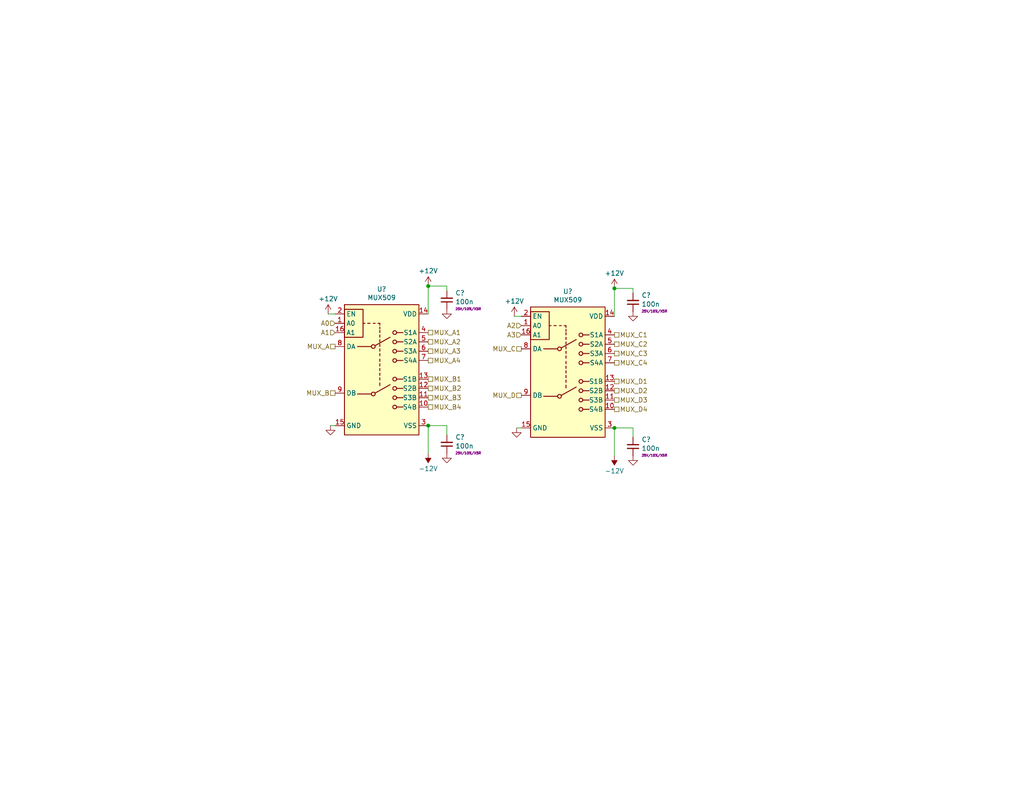
<source format=kicad_sch>
(kicad_sch (version 20230121) (generator eeschema)
  (paper "USLetter")
  (title_block (title "Hubble Motherboard") (date "2021-11-20") (rev "v3") (company "Winterbloom") (comment 1 "Alethea Flowers") (comment 2 "CERN-OHL-P V2") (comment 3 "hubble.wntr.dev"))
  (lib_symbols
    (symbol "Device:C_Small" (pin_numbers hide) (pin_names (offset 0.254) hide)
      (property "Reference" "C" (at 0.254 1.778 0))
      (property "Value" "C_Small" (at 0.254 -2.032 0))
      (symbol "C_Small_0_1"
        (polyline (pts (xy -1.524 -0.508) (xy 1.524 -0.508)) (stroke (width 0.3302)))
        (polyline (pts (xy -1.524 0.508) (xy 1.524 0.508)) (stroke (width 0.3048)))
      )
      (symbol "C_Small_1_1"
        (pin passive line (at 0 2.54 270) (length 2.032) (name "~") (number "1"))
        (pin passive line (at 0 -2.54 90) (length 2.032) (name "~") (number "2"))
      )
    )
    (symbol "power:+12V" (power) (pin_names (offset 0))
      (property "Value" "+12V" (at 0 3.556 0))
      (symbol "+12V_0_1"
        (polyline (pts (xy -0.762 1.27) (xy 0 2.54)))
        (polyline (pts (xy 0 0) (xy 0 2.54)))
        (polyline (pts (xy 0 2.54) (xy 0.762 1.27)))
      )
      (symbol "+12V_1_1"
        (pin power_in line (at 0 0 90) (length 0) hide (name "+12V") (number "1"))
      )
    )
    (symbol "power:-12V" (power) (pin_names (offset 0))
      (property "Value" "-12V" (at 0 3.81 0))
      (symbol "-12V_0_0"
        (pin power_in line (at 0 0 90) (length 0) hide (name "-12V") (number "1"))
      )
      (symbol "-12V_0_1"
        (polyline (pts (xy 0 0) (xy 0 1.27) (xy 0.762 1.27) (xy 0 2.54) (xy -0.762 1.27) (xy 0 1.27)) (fill (type outline)))
      )
    )
    (symbol "power:GND" (power) (pin_names (offset 0))
      (property "Value" "GND" (at 0 -3.81 0))
      (symbol "GND_0_1"
        (polyline (pts (xy 0 0) (xy 0 -1.27) (xy 1.27 -1.27) (xy 0 -2.54) (xy -1.27 -1.27) (xy 0 -1.27)))
      )
      (symbol "GND_1_1"
        (pin power_in line (at 0 0 270) (length 0) hide (name "GND") (number "1"))
      )
    )
    (symbol "winterbloom:MUX509"
      (property "Reference" "U" (at -10.16 19.05 0))
      (property "Value" "MUX509" (at 0 19.05 0))
      (symbol "MUX509_0_1"
        (rectangle (start -10.16 16.51) (end -5.08 8.89) (stroke (width 0.254)))
        (rectangle (start -10.16 17.78) (end 10.16 -17.78) (stroke (width 0.254)) (fill (type background)))
        (circle (center -2.286 -6.604) (radius 0.508) (stroke (width 0.254)))
        (circle (center -2.286 6.35) (radius 0.508) (stroke (width 0.254)))
        (polyline (pts (xy -4.572 12.7) (xy -5.08 12.7)) (stroke (width 0.254)))
        (polyline (pts (xy -3.81 12.7) (xy -3.175 12.7)) (stroke (width 0.254)))
        (polyline (pts (xy -2.921 6.35) (xy -6.604 6.35)) (stroke (width 0.254)))
        (polyline (pts (xy -2.794 -6.604) (xy -6.604 -6.604)) (stroke (width 0.254)))
        (polyline (pts (xy -1.778 -6.35) (xy 2.286 -4.064)) (stroke (width 0.254)))
        (polyline (pts (xy -1.778 6.604) (xy 2.286 8.89)) (stroke (width 0.254)))
        (polyline (pts (xy -1.778 12.7) (xy -2.286 12.7)) (stroke (width 0.254)))
        (polyline (pts (xy -0.508 -3.556) (xy -0.508 -4.318)) (stroke (width 0.254)))
        (polyline (pts (xy -0.508 -2.794) (xy -0.508 -2.159)) (stroke (width 0.254)))
        (polyline (pts (xy -0.508 -1.524) (xy -0.508 -0.889)) (stroke (width 0.254)))
        (polyline (pts (xy -0.508 -0.254) (xy -0.508 0.381)) (stroke (width 0.254)))
        (polyline (pts (xy -0.508 1.016) (xy -0.508 1.651)) (stroke (width 0.254)))
        (polyline (pts (xy -0.508 2.286) (xy -0.508 2.921)) (stroke (width 0.254)))
        (polyline (pts (xy -0.508 3.81) (xy -0.508 4.445)) (stroke (width 0.254)))
        (polyline (pts (xy -0.508 5.08) (xy -0.508 5.715)) (stroke (width 0.254)))
        (polyline (pts (xy -0.508 6.35) (xy -0.508 6.985)) (stroke (width 0.254)))
        (polyline (pts (xy -0.508 7.62) (xy -0.508 8.255)) (stroke (width 0.254)))
        (polyline (pts (xy -0.508 8.89) (xy -0.508 9.525)) (stroke (width 0.254)))
        (polyline (pts (xy -0.508 10.16) (xy -0.508 10.795)) (stroke (width 0.254)))
        (polyline (pts (xy -0.508 11.176) (xy -0.508 11.684)) (stroke (width 0.254)))
        (polyline (pts (xy -0.508 12.192) (xy -0.508 12.7)) (stroke (width 0.254)))
        (polyline (pts (xy -0.508 12.7) (xy -1.016 12.7)) (stroke (width 0.254)))
        (polyline (pts (xy 4.064 -10.16) (xy 5.842 -10.16)) (stroke (width 0.254)))
        (polyline (pts (xy 4.064 -7.62) (xy 5.842 -7.62)) (stroke (width 0.254)))
        (polyline (pts (xy 4.064 -5.08) (xy 5.842 -5.08)) (stroke (width 0.254)))
        (polyline (pts (xy 4.064 -2.54) (xy 5.842 -2.54)) (stroke (width 0.254)))
        (polyline (pts (xy 4.064 2.54) (xy 5.842 2.54)) (stroke (width 0.254)))
        (polyline (pts (xy 4.064 5.08) (xy 5.842 5.08)) (stroke (width 0.254)))
        (polyline (pts (xy 4.064 7.62) (xy 5.842 7.62)) (stroke (width 0.254)))
        (polyline (pts (xy 4.064 10.16) (xy 5.842 10.16)) (stroke (width 0.254)))
        (circle (center 3.556 -10.16) (radius 0.508) (stroke (width 0.254)))
        (circle (center 3.556 -7.62) (radius 0.508) (stroke (width 0.254)))
        (circle (center 3.556 -5.08) (radius 0.508) (stroke (width 0.254)))
        (circle (center 3.556 -2.54) (radius 0.508) (stroke (width 0.254)))
        (circle (center 3.556 2.54) (radius 0.508) (stroke (width 0.254)))
        (circle (center 3.556 5.08) (radius 0.508) (stroke (width 0.254)))
        (circle (center 3.556 7.62) (radius 0.508) (stroke (width 0.254)))
        (circle (center 3.556 10.16) (radius 0.508) (stroke (width 0.254)))
      )
      (symbol "MUX509_1_1"
        (pin input line (at -12.7 12.7 0) (length 2.54) (name "A0") (number "1"))
        (pin bidirectional line (at 12.7 -10.16 180) (length 2.54) (name "S4B") (number "10"))
        (pin bidirectional line (at 12.7 -7.62 180) (length 2.54) (name "S3B") (number "11"))
        (pin bidirectional line (at 12.7 -5.08 180) (length 2.54) (name "S2B") (number "12"))
        (pin bidirectional line (at 12.7 -2.54 180) (length 2.54) (name "S1B") (number "13"))
        (pin power_in line (at 12.7 15.24 180) (length 2.54) (name "VDD") (number "14"))
        (pin power_in line (at -12.7 -15.24 0) (length 2.54) (name "GND") (number "15"))
        (pin input line (at -12.7 10.16 0) (length 2.54) (name "A1") (number "16"))
        (pin input line (at -12.7 15.24 0) (length 2.54) (name "EN") (number "2"))
        (pin power_in line (at 12.7 -15.24 180) (length 2.54) (name "VSS") (number "3"))
        (pin bidirectional line (at 12.7 10.16 180) (length 2.54) (name "S1A") (number "4"))
        (pin bidirectional line (at 12.7 7.62 180) (length 2.54) (name "S2A") (number "5"))
        (pin bidirectional line (at 12.7 5.08 180) (length 2.54) (name "S3A") (number "6"))
        (pin bidirectional line (at 12.7 2.54 180) (length 2.54) (name "S4A") (number "7"))
        (pin bidirectional line (at -12.7 6.35 0) (length 2.54) (name "DA") (number "8"))
        (pin bidirectional line (at -12.7 -6.35 0) (length 2.54) (name "DB") (number "9"))
      )
    )
  )
  (junction (at 167.64 116.84))
  (junction (at 167.64 78.74))
  (junction (at 116.84 116.205))
  (junction (at 116.84 78.105))
  (wire (pts (xy 116.84 78.105) (xy 116.84 85.725)))
  (wire (pts (xy 121.92 78.105) (xy 116.84 78.105)))
  (wire (pts (xy 167.64 78.74) (xy 167.64 86.36)))
  (wire (pts (xy 121.92 79.375) (xy 121.92 78.105)))
  (wire (pts (xy 116.84 123.825) (xy 116.84 116.205)))
  (wire (pts (xy 116.84 116.205) (xy 121.92 116.205)))
  (wire (pts (xy 140.335 86.36) (xy 142.24 86.36)))
  (wire (pts (xy 140.97 116.84) (xy 142.24 116.84)))
  (wire (pts (xy 172.72 116.84) (xy 172.72 119.38)))
  (wire (pts (xy 172.72 78.74) (xy 167.64 78.74)))
  (wire (pts (xy 90.17 116.205) (xy 91.44 116.205)))
  (wire (pts (xy 167.64 116.84) (xy 172.72 116.84)))
  (wire (pts (xy 167.64 124.46) (xy 167.64 116.84)))
  (wire (pts (xy 89.535 85.725) (xy 91.44 85.725)))
  (wire (pts (xy 172.72 80.01) (xy 172.72 78.74)))
  (wire (pts (xy 121.92 116.205) (xy 121.92 118.745)))
  (hierarchical_label "MUX_B3" (shape passive) (at 116.84 108.585 0))
  (hierarchical_label "MUX_D3" (shape passive) (at 167.64 109.22 0))
  (hierarchical_label "MUX_A3" (shape passive) (at 116.84 95.885 0))
  (hierarchical_label "MUX_C" (shape passive) (at 142.24 95.25 180))
  (hierarchical_label "MUX_B1" (shape passive) (at 116.84 103.505 0))
  (hierarchical_label "MUX_A2" (shape passive) (at 116.84 93.345 0))
  (hierarchical_label "MUX_D4" (shape passive) (at 167.64 111.76 0))
  (hierarchical_label "MUX_C1" (shape passive) (at 167.64 91.44 0))
  (hierarchical_label "MUX_A4" (shape passive) (at 116.84 98.425 0))
  (hierarchical_label "MUX_D" (shape passive) (at 142.24 107.95 180))
  (hierarchical_label "MUX_B" (shape passive) (at 91.44 107.315 180))
  (hierarchical_label "A1" (shape input) (at 91.44 90.805 180))
  (hierarchical_label "MUX_C2" (shape passive) (at 167.64 93.98 0))
  (hierarchical_label "A3" (shape input) (at 142.24 91.44 180))
  (hierarchical_label "MUX_A" (shape passive) (at 91.44 94.615 180))
  (hierarchical_label "MUX_D2" (shape passive) (at 167.64 106.68 0))
  (hierarchical_label "MUX_B2" (shape passive) (at 116.84 106.045 0))
  (hierarchical_label "MUX_C4" (shape passive) (at 167.64 99.06 0))
  (hierarchical_label "MUX_B4" (shape passive) (at 116.84 111.125 0))
  (hierarchical_label "MUX_A1" (shape passive) (at 116.84 90.805 0))
  (hierarchical_label "MUX_C3" (shape passive) (at 167.64 96.52 0))
  (hierarchical_label "A2" (shape input) (at 142.24 88.9 180))
  (hierarchical_label "A0" (shape input) (at 91.44 88.265 180))
  (hierarchical_label "MUX_D1" (shape passive) (at 167.64 104.14 0))
  (symbol (lib_id "power:GND") (at 90.17 116.205 0) (unit 1)
    (property "Reference" "#PWR?" (effects hide))
    (property "Value" "GND" (effects hide))
    (instances (project "hubble" (path "" (reference "#PWR?") (unit 1)) (path "" (reference "#PWR?") (unit 1)) (path "" (reference "#PWR01307") (unit 1))))
  )
  (symbol (lib_id "power:GND") (at 140.97 116.84 0) (unit 1)
    (property "Reference" "#PWR?" (effects hide))
    (property "Value" "GND" (effects hide))
    (instances (project "hubble" (path "" (reference "#PWR?") (unit 1)) (path "" (reference "#PWR?") (unit 1)) (path "" (reference "#PWR01308") (unit 1))))
  )
  (symbol (lib_id "winterbloom:MUX509") (at 104.14 100.965 0) (unit 1)
    (property "Reference" "U?" (at 104.14 78.9432 0))
    (property "Value" "MUX509" (at 104.14 81.2546 0))
    (property "Footprint" "Package_SO:TSSOP-16_4.4x5mm_P0.65mm" (effects hide))
    (property "Datasheet" "https://www.ti.com/lit/ds/symlink/mux509.pdf" (effects hide))
    (instances (project "hubble" (path "" (reference "U?") (unit 1)) (path "" (reference "U1301") (unit 1))))
  )
  (symbol (lib_id "Device:C_Small") (at 121.92 121.285 180) (unit 1)
    (property "Reference" "C?" (at 124.2441 119.3612 0) (effects (justify right)))
    (property "Value" "100n" (at 124.2441 121.7854 0) (effects (justify right)))
    (property "Footprint" "winterbloom:C_0603_HandSolder" (effects hide))
    (property "Notes" "Bypass" (effects hide))
    (property "Rating" "25V/10%/X5R" (at 124.2441 123.7028 0) (effects (font (size 0.64 0.64)) (justify right)))
    (instances (project "mainboard" (path "" (reference "C?") (unit 1))) (project "hubble" (path "" (reference "C?") (unit 1)) (path "" (reference "C?") (unit 1)) (path "" (reference "C?") (unit 1)) (path "" (reference "C?") (unit 1)) (path "" (reference "C?") (unit 1)) (path "" (reference "C?") (unit 1)) (path "" (reference "C1303") (unit 1))))
  )
  (symbol (lib_id "power:-12V") (at 116.84 123.825 180) (unit 1)
    (property "Reference" "#PWR?" (effects hide))
    (property "Value" "-12V" (at 114.1888 127.9581 0) (effects (justify right)))
    (instances (project "board" (path "" (reference "#PWR?") (unit 1))) (project "hubble" (path "" (reference "#PWR?") (unit 1)) (path "" (reference "#PWR?") (unit 1)) (path "" (reference "#PWR01309") (unit 1))))
  )
  (symbol (lib_id "power:+12V") (at 140.335 86.36 0) (unit 1)
    (property "Reference" "#PWR?" (effects hide))
    (property "Value" "+12V" (at 137.6838 82.2269 0) (effects (justify left)))
    (instances (project "board" (path "" (reference "#PWR?") (unit 1))) (project "hubble" (path "" (reference "#PWR?") (unit 1)) (path "" (reference "#PWR?") (unit 1)) (path "" (reference "#PWR01306") (unit 1))))
  )
  (symbol (lib_id "power:+12V") (at 89.535 85.725 0) (unit 1)
    (property "Reference" "#PWR?" (effects hide))
    (property "Value" "+12V" (at 86.8838 81.5919 0) (effects (justify left)))
    (instances (project "board" (path "" (reference "#PWR?") (unit 1))) (project "hubble" (path "" (reference "#PWR?") (unit 1)) (path "" (reference "#PWR?") (unit 1)) (path "" (reference "#PWR01305") (unit 1))))
  )
  (symbol (lib_id "power:+12V") (at 116.84 78.105 0) (unit 1)
    (property "Reference" "#PWR?" (effects hide))
    (property "Value" "+12V" (at 114.1888 73.9719 0) (effects (justify left)))
    (instances (project "board" (path "" (reference "#PWR?") (unit 1))) (project "hubble" (path "" (reference "#PWR?") (unit 1)) (path "" (reference "#PWR?") (unit 1)) (path "" (reference "#PWR01301") (unit 1))))
  )
  (symbol (lib_id "power:GND") (at 172.72 85.09 0) (unit 1)
    (property "Reference" "#PWR?" (effects hide))
    (property "Value" "GND" (effects hide))
    (instances (project "hubble" (path "" (reference "#PWR?") (unit 1)) (path "" (reference "#PWR?") (unit 1)) (path "" (reference "#PWR01304") (unit 1))))
  )
  (symbol (lib_id "Device:C_Small") (at 172.72 82.55 180) (unit 1)
    (property "Reference" "C?" (at 175.0441 80.6262 0) (effects (justify right)))
    (property "Value" "100n" (at 175.0441 83.0504 0) (effects (justify right)))
    (property "Footprint" "winterbloom:C_0603_HandSolder" (effects hide))
    (property "Notes" "Bypass" (effects hide))
    (property "Rating" "25V/10%/X5R" (at 175.0441 84.9678 0) (effects (font (size 0.64 0.64)) (justify right)))
    (instances (project "mainboard" (path "" (reference "C?") (unit 1))) (project "hubble" (path "" (reference "C?") (unit 1)) (path "" (reference "C?") (unit 1)) (path "" (reference "C?") (unit 1)) (path "" (reference "C?") (unit 1)) (path "" (reference "C?") (unit 1)) (path "" (reference "C?") (unit 1)) (path "" (reference "C1302") (unit 1))))
  )
  (symbol (lib_id "power:-12V") (at 167.64 124.46 180) (unit 1)
    (property "Reference" "#PWR?" (effects hide))
    (property "Value" "-12V" (at 164.9888 128.5931 0) (effects (justify right)))
    (instances (project "board" (path "" (reference "#PWR?") (unit 1))) (project "hubble" (path "" (reference "#PWR?") (unit 1)) (path "" (reference "#PWR?") (unit 1)) (path "" (reference "#PWR01311") (unit 1))))
  )
  (symbol (lib_id "Device:C_Small") (at 121.92 81.915 180) (unit 1)
    (property "Reference" "C?" (at 124.2441 79.9912 0) (effects (justify right)))
    (property "Value" "100n" (at 124.2441 82.4154 0) (effects (justify right)))
    (property "Footprint" "winterbloom:C_0603_HandSolder" (effects hide))
    (property "Notes" "Bypass" (effects hide))
    (property "Rating" "25V/10%/X5R" (at 124.2441 84.3328 0) (effects (font (size 0.64 0.64)) (justify right)))
    (instances (project "mainboard" (path "" (reference "C?") (unit 1))) (project "hubble" (path "" (reference "C?") (unit 1)) (path "" (reference "C?") (unit 1)) (path "" (reference "C?") (unit 1)) (path "" (reference "C?") (unit 1)) (path "" (reference "C?") (unit 1)) (path "" (reference "C?") (unit 1)) (path "" (reference "C1301") (unit 1))))
  )
  (symbol (lib_id "Device:C_Small") (at 172.72 121.92 180) (unit 1)
    (property "Reference" "C?" (at 175.0441 119.9962 0) (effects (justify right)))
    (property "Value" "100n" (at 175.0441 122.4204 0) (effects (justify right)))
    (property "Footprint" "winterbloom:C_0603_HandSolder" (effects hide))
    (property "Notes" "Bypass" (effects hide))
    (property "Rating" "25V/10%/X5R" (at 175.0441 124.3378 0) (effects (font (size 0.64 0.64)) (justify right)))
    (instances (project "mainboard" (path "" (reference "C?") (unit 1))) (project "hubble" (path "" (reference "C?") (unit 1)) (path "" (reference "C?") (unit 1)) (path "" (reference "C?") (unit 1)) (path "" (reference "C?") (unit 1)) (path "" (reference "C?") (unit 1)) (path "" (reference "C?") (unit 1)) (path "" (reference "C1304") (unit 1))))
  )
  (symbol (lib_id "power:GND") (at 172.72 124.46 0) (unit 1)
    (property "Reference" "#PWR?" (effects hide))
    (property "Value" "GND" (effects hide))
    (instances (project "hubble" (path "" (reference "#PWR?") (unit 1)) (path "" (reference "#PWR?") (unit 1)) (path "" (reference "#PWR01312") (unit 1))))
  )
  (symbol (lib_id "power:GND") (at 121.92 123.825 0) (unit 1)
    (property "Reference" "#PWR?" (effects hide))
    (property "Value" "GND" (effects hide))
    (instances (project "hubble" (path "" (reference "#PWR?") (unit 1)) (path "" (reference "#PWR?") (unit 1)) (path "" (reference "#PWR01310") (unit 1))))
  )
  (symbol (lib_id "power:+12V") (at 167.64 78.74 0) (unit 1)
    (property "Reference" "#PWR?" (effects hide))
    (property "Value" "+12V" (at 164.9888 74.6069 0) (effects (justify left)))
    (instances (project "board" (path "" (reference "#PWR?") (unit 1))) (project "hubble" (path "" (reference "#PWR?") (unit 1)) (path "" (reference "#PWR?") (unit 1)) (path "" (reference "#PWR01302") (unit 1))))
  )
  (symbol (lib_id "power:GND") (at 121.92 84.455 0) (unit 1)
    (property "Reference" "#PWR?" (effects hide))
    (property "Value" "GND" (effects hide))
    (instances (project "hubble" (path "" (reference "#PWR?") (unit 1)) (path "" (reference "#PWR?") (unit 1)) (path "" (reference "#PWR01303") (unit 1))))
  )
  (symbol (lib_id "winterbloom:MUX509") (at 154.94 101.6 0) (unit 1)
    (property "Reference" "U?" (at 154.94 79.5782 0))
    (property "Value" "MUX509" (at 154.94 81.8896 0))
    (property "Footprint" "Package_SO:TSSOP-16_4.4x5mm_P0.65mm" (effects hide))
    (property "Datasheet" "https://www.ti.com/lit/ds/symlink/mux509.pdf" (effects hide))
    (instances (project "hubble" (path "" (reference "U?") (unit 1)) (path "" (reference "U1302") (unit 1))))
  )
)
</source>
